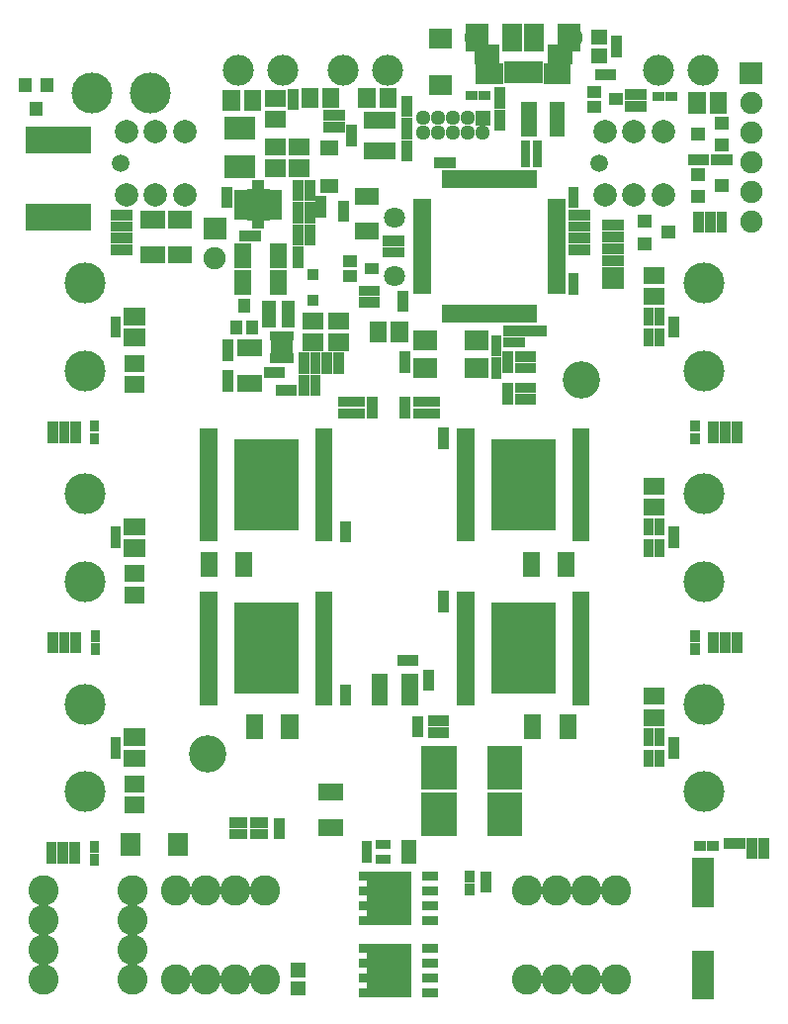
<source format=gbr>
G04 start of page 10 for group -4063 idx -4063 *
G04 Title: (unknown), componentmask *
G04 Creator: pcb 20140316 *
G04 CreationDate: Mon 04 Feb 2019 13:49:24 GMT UTC *
G04 For: kier *
G04 Format: Gerber/RS-274X *
G04 PCB-Dimensions (mil): 3346.46 4133.86 *
G04 PCB-Coordinate-Origin: lower left *
%MOIN*%
%FSLAX25Y25*%
%LNTOPMASK*%
%ADD183R,0.0748X0.0748*%
%ADD182R,0.0591X0.0591*%
%ADD181R,0.1508X0.1508*%
%ADD180R,0.1181X0.1181*%
%ADD179R,0.0453X0.0453*%
%ADD178R,0.2165X0.2165*%
%ADD177R,0.0472X0.0472*%
%ADD176R,0.0512X0.0512*%
%ADD175R,0.0492X0.0492*%
%ADD174R,0.0295X0.0295*%
%ADD173R,0.0650X0.0650*%
%ADD172R,0.0758X0.0758*%
%ADD171R,0.0659X0.0659*%
%ADD170R,0.0693X0.0693*%
%ADD169R,0.0669X0.0669*%
%ADD168R,0.0315X0.0315*%
%ADD167R,0.0374X0.0374*%
%ADD166R,0.0354X0.0354*%
%ADD165R,0.0217X0.0217*%
%ADD164R,0.0476X0.0476*%
%ADD163R,0.0768X0.0768*%
%ADD162R,0.0571X0.0571*%
%ADD161R,0.0906X0.0906*%
%ADD160R,0.0433X0.0433*%
%ADD159R,0.0276X0.0276*%
%ADD158R,0.0394X0.0394*%
%ADD157R,0.0236X0.0236*%
%ADD156R,0.0362X0.0362*%
%ADD155C,0.0591*%
%ADD154C,0.0787*%
%ADD153C,0.1260*%
%ADD152C,0.1024*%
%ADD151C,0.0709*%
%ADD150C,0.1043*%
%ADD149C,0.0551*%
%ADD148C,0.0748*%
%ADD147C,0.0001*%
%ADD146C,0.0512*%
%ADD145C,0.1378*%
G54D145*X271654Y115157D03*
Y144685D03*
Y256890D03*
Y286417D03*
Y186024D03*
Y215551D03*
G54D146*X187008Y342126D03*
Y337126D03*
X182008Y342126D03*
Y337126D03*
G54D147*G36*
X194449Y344685D02*Y339567D01*
X199567D01*
Y344685D01*
X194449D01*
G37*
G54D146*X197008Y337126D03*
X192008Y342126D03*
Y337126D03*
G54D148*X194488Y369094D03*
G54D149*X201083Y356969D03*
G54D146*X177008Y342126D03*
G54D150*X129547Y358268D03*
X114547D03*
X164980D03*
X149980D03*
G54D146*X177008Y337126D03*
G54D147*G36*
X102953Y308622D02*Y301142D01*
X110433D01*
Y308622D01*
X102953D01*
G37*
G54D151*X167323Y308661D03*
Y288976D03*
G54D145*X62992Y215551D03*
Y186024D03*
Y286417D03*
Y256890D03*
G54D148*X106693Y294882D03*
G54D145*X62992Y144685D03*
Y115157D03*
G54D152*X48780Y51929D03*
Y61929D03*
Y71929D03*
Y81929D03*
X78780Y51929D03*
X93661D03*
X103661D03*
X113661D03*
X123661D03*
X78780Y61929D03*
Y71929D03*
G54D153*X104331Y127953D03*
G54D152*X78780Y81929D03*
X93661D03*
X103661D03*
X113661D03*
X123661D03*
X211772D03*
X221772D03*
X231772D03*
X241772D03*
X211772Y51929D03*
X221772D03*
X231772D03*
X241772D03*
G54D147*G36*
X283661Y360984D02*Y353504D01*
X291142D01*
Y360984D01*
X283661D01*
G37*
G54D148*X226772Y369094D03*
G54D149*X220177Y356969D03*
G54D150*X271280Y358268D03*
X256280D03*
G54D148*X287402Y347244D03*
Y337244D03*
Y327244D03*
Y317244D03*
Y307244D03*
G54D154*X257874Y316142D03*
X248031D03*
X238189D03*
G54D155*X236220Y326772D03*
G54D153*X230315Y253937D03*
G54D154*X257874Y337402D03*
X248031D03*
X238189D03*
X96457Y316142D03*
Y337402D03*
G54D155*X74803Y326772D03*
G54D154*X86614Y316142D03*
X76772D03*
X86614Y337402D03*
X76772D03*
G54D145*X85039Y350394D03*
X65354D03*
G54D156*X231295Y297638D02*X231303D01*
X227752D02*X227760D01*
X231295Y301575D02*X231303D01*
X227752D02*X227760D01*
G54D157*X220079Y303740D02*X223622D01*
X220079Y284055D02*X223622D01*
X220079Y286024D02*X223622D01*
X220079Y287992D02*X223622D01*
G54D156*X227559Y287996D02*Y287988D01*
G54D157*X220079Y289961D02*X223622D01*
X220079Y291929D02*X223622D01*
X220079Y293898D02*X223622D01*
X220079Y295866D02*X223622D01*
X220079Y297835D02*X223622D01*
X220079Y299803D02*X223622D01*
X220079Y301772D02*X223622D01*
G54D158*X221457Y337992D02*X222638D01*
X221457Y341732D02*X222638D01*
X221457Y345472D02*X222638D01*
X234055Y345866D02*X234843D01*
X212008Y345472D02*X213189D01*
X212008Y341732D02*X213189D01*
X212008Y337992D02*X213189D01*
G54D159*X211220Y333071D02*X211614D01*
G54D157*X211024Y330906D02*X211811D01*
X211024Y328937D02*X211811D01*
G54D159*X211220Y326772D02*X211614D01*
G54D157*X212008Y323228D02*Y319685D01*
G54D159*X215157Y333071D02*X215551D01*
G54D157*X214961Y330906D02*X215748D01*
X214961Y328937D02*X215748D01*
G54D159*X215157Y326772D02*X215551D01*
G54D157*X213976Y323228D02*Y319685D01*
G54D156*X231295Y309449D02*X231303D01*
X227752D02*X227760D01*
X231295Y305512D02*X231303D01*
X227752D02*X227760D01*
G54D157*X220079Y305709D02*X223622D01*
X220079Y307677D02*X223622D01*
X220079Y309646D02*X223622D01*
X220079Y311614D02*X223622D01*
X220079Y313583D02*X223622D01*
G54D156*X227559Y313587D02*Y313579D01*
Y317130D02*Y317122D01*
G54D160*X50197Y353346D02*Y352953D01*
X42717Y353346D02*Y352953D01*
X46457Y345472D02*Y345079D01*
G54D161*X47441Y334646D02*X60433D01*
X47441Y308661D02*X60433D01*
G54D156*X73421Y297638D02*X73429D01*
X76965D02*X76972D01*
X76965Y309449D02*X76972D01*
X73421D02*X73429D01*
X73421Y301575D02*X73429D01*
X76965D02*X76972D01*
X73421Y305512D02*X73429D01*
X76965D02*X76972D01*
G54D162*X93602Y307874D02*X96161D01*
X93602Y296063D02*X96161D01*
X84547Y307874D02*X87106D01*
X84547Y296063D02*X87106D01*
G54D156*X133071Y350201D02*Y350193D01*
Y346657D02*Y346650D01*
G54D162*X138583Y349409D02*Y348228D01*
X126575Y341732D02*X127756D01*
X126575Y348819D02*X127756D01*
X112205Y348622D02*Y347441D01*
X119291Y348622D02*Y347441D01*
G54D163*X113681Y338780D02*X116240D01*
G54D156*X148618Y342913D02*X148626D01*
X145075D02*X145083D01*
G54D162*X145669Y349409D02*Y348228D01*
G54D163*X113681Y325787D02*X116240D01*
G54D162*X126575Y325197D02*X127756D01*
X126575Y332283D02*X127756D01*
X134449D02*X135630D01*
X134449Y325197D02*X135630D01*
G54D156*X138583Y319492D02*Y319484D01*
X134646Y319492D02*Y319484D01*
X152756Y337996D02*Y337988D01*
X148618Y338976D02*X148626D01*
X145075D02*X145083D01*
X152756Y334453D02*Y334445D01*
G54D164*X144665Y332028D02*X145886D01*
G54D156*X150000Y308862D02*Y308854D01*
Y312406D02*Y312398D01*
G54D164*X144665Y319154D02*X145886D01*
G54D156*X142520Y313980D02*Y313972D01*
Y310437D02*Y310429D01*
X138583Y315949D02*Y315941D01*
X134646Y315949D02*Y315941D01*
X138583Y312012D02*Y312004D01*
Y308469D02*Y308461D01*
X134646Y308469D02*Y308461D01*
Y312012D02*Y312004D01*
G54D165*X125886Y314961D02*X128248D01*
X125886Y316929D02*X128248D01*
G54D162*X127953Y296949D02*Y294390D01*
X116142Y296949D02*Y294390D01*
G54D156*X120272Y302362D02*X120280D01*
X116728D02*X116736D01*
X134646Y300988D02*Y300980D01*
G54D158*X151772Y293898D02*X152559D01*
X151772Y288780D02*X152559D01*
G54D156*X134646Y297051D02*Y297043D01*
Y293508D02*Y293500D01*
X138583Y300988D02*Y300980D01*
X134646Y304531D02*Y304524D01*
X138583Y304531D02*Y304524D01*
G54D162*X127953Y287894D02*Y285335D01*
G54D166*X139764Y289374D02*Y289366D01*
G54D162*X116142Y287894D02*Y285335D01*
G54D156*X110630Y317130D02*Y317122D01*
Y313587D02*Y313579D01*
G54D165*X114272Y309055D02*X116634D01*
X114272Y311024D02*X116634D01*
X114272Y312992D02*X116634D01*
X114272Y314961D02*X116634D01*
X114272Y316929D02*X116634D01*
X125886Y309055D02*X128248D01*
X125886Y311024D02*X128248D01*
X125886Y312992D02*X128248D01*
G54D163*X121260Y314469D02*Y311516D01*
G54D165*X122244Y319980D02*Y306004D01*
X120276Y319980D02*Y306004D01*
X122244Y319783D02*Y318799D01*
X120276Y319783D02*Y318799D01*
G54D167*X123031Y316142D02*Y314764D01*
X119488Y316142D02*Y314764D01*
X123031Y311220D02*Y309843D01*
X119488Y311220D02*Y309843D01*
G54D165*X122244Y307185D02*Y306201D01*
X120276Y307185D02*Y306201D01*
G54D168*X197047Y349606D02*X197835D01*
X192717D02*X193504D01*
G54D156*X171260Y344295D02*Y344287D01*
G54D169*X182205Y353150D02*X183150D01*
G54D156*X202756Y347051D02*Y347043D01*
Y350594D02*Y350587D01*
X171260Y347839D02*Y347831D01*
G54D169*X182205Y368898D02*X183150D01*
G54D170*X198150Y356969D02*X200276D01*
G54D171*X214319Y370524D02*Y367665D01*
G54D172*X226130Y370031D02*Y368161D01*
G54D173*X221996Y363484D02*X223866D01*
G54D156*X202756Y343114D02*Y343106D01*
G54D171*X206941Y370524D02*Y367665D01*
G54D172*X195130Y370031D02*Y368161D01*
G54D173*X197394Y363484D02*X199264D01*
G54D159*X205512Y359843D02*Y355118D01*
X208071Y359843D02*Y355118D01*
G54D170*X220984Y356969D02*X223110D01*
G54D159*X213189Y359843D02*Y355118D01*
X215748Y359843D02*Y355118D01*
G54D156*X171260Y340358D02*Y340350D01*
Y336815D02*Y336807D01*
Y329335D02*Y329327D01*
Y332878D02*Y332870D01*
G54D162*X164961Y349409D02*Y348228D01*
X157874Y349409D02*Y348228D01*
G54D174*X158366Y332382D02*Y329823D01*
X160925Y332382D02*Y329823D01*
X163484Y332382D02*Y329823D01*
X166043Y332382D02*Y329823D01*
X158366Y342618D02*Y340059D01*
X160925Y342618D02*Y340059D01*
X163484Y342618D02*Y340059D01*
X166043Y342618D02*Y340059D01*
G54D158*X159252Y291339D02*X160039D01*
G54D157*X174803Y289961D02*X178346D01*
X174803Y287992D02*X178346D01*
X174803Y286024D02*X178346D01*
X174803Y284055D02*X178346D01*
G54D156*X168697Y296850D02*X168705D01*
X165154D02*X165161D01*
X168697Y300787D02*X168705D01*
X165154D02*X165161D01*
G54D162*X156594Y303937D02*X159154D01*
X156594Y315748D02*X159154D01*
G54D156*X202756Y339571D02*Y339563D01*
G54D159*X210630Y359843D02*Y355118D01*
G54D157*X210039Y323228D02*Y319685D01*
X208071Y323228D02*Y319685D01*
X206102Y323228D02*Y319685D01*
X204134Y323228D02*Y319685D01*
X202165Y323228D02*Y319685D01*
X200197Y323228D02*Y319685D01*
X198228Y323228D02*Y319685D01*
X196260Y323228D02*Y319685D01*
X194291Y323228D02*Y319685D01*
X192323Y323228D02*Y319685D01*
X190354Y323228D02*Y319685D01*
X188386Y323228D02*Y319685D01*
X186417Y323228D02*Y319685D01*
X184449Y323228D02*Y319685D01*
G54D156*X186020Y327165D02*X186028D01*
X182476D02*X182484D01*
G54D157*X174803Y313583D02*X178346D01*
X174803Y311614D02*X178346D01*
X174803Y309646D02*X178346D01*
X174803Y307677D02*X178346D01*
X174803Y305709D02*X178346D01*
X174803Y303740D02*X178346D01*
X174803Y301772D02*X178346D01*
X174803Y299803D02*X178346D01*
X174803Y297835D02*X178346D01*
X174803Y295866D02*X178346D01*
X174803Y293898D02*X178346D01*
X174803Y291929D02*X178346D01*
G54D156*X275783Y327953D02*X275791D01*
G54D166*X275197Y349114D02*X277559D01*
X275197Y345374D02*X277559D01*
G54D160*X277362Y332874D02*X277756D01*
X277362Y340354D02*X277756D01*
X277362Y319291D02*X277756D01*
G54D156*X279327Y327953D02*X279335D01*
X267909D02*X267917D01*
G54D166*X268110Y349114D02*X270472D01*
X268110Y345374D02*X270472D01*
G54D168*X260236Y349409D02*X261024D01*
X255906D02*X256693D01*
G54D160*X269488Y336614D02*X269882D01*
G54D156*X271453Y327953D02*X271461D01*
G54D160*X269488Y323031D02*X269882D01*
X269488Y315551D02*X269882D01*
G54D156*X242713Y298031D02*X242720D01*
X239169D02*X239177D01*
X242713Y294094D02*X242720D01*
X242713Y301969D02*X242720D01*
X239169D02*X239177D01*
X242713Y305906D02*X242720D01*
X239169D02*X239177D01*
X242713Y286220D02*X242720D01*
X239169D02*X239177D01*
X239169Y290157D02*X239177D01*
X242713D02*X242720D01*
X239169Y294094D02*X239177D01*
G54D158*X234055Y350984D02*X234843D01*
X241535Y348425D02*X242323D01*
G54D175*X236122Y369291D02*X236319D01*
G54D156*X242126Y364374D02*Y364366D01*
Y367917D02*Y367909D01*
G54D175*X236122Y362992D02*X236319D01*
G54D156*X236610Y356693D02*X236618D01*
X240154D02*X240161D01*
X246846Y350000D02*X246854D01*
X250390D02*X250398D01*
X246846Y346063D02*X246854D01*
X250390D02*X250398D01*
G54D160*X259252Y303543D02*X259646D01*
G54D156*X269685Y305319D02*Y305311D01*
Y308862D02*Y308854D01*
X273622Y305319D02*Y305311D01*
Y308862D02*Y308854D01*
X277559Y305319D02*Y305311D01*
Y308862D02*Y308854D01*
G54D160*X251378Y307283D02*X251772D01*
X251378Y299803D02*X251772D01*
G54D162*X254134Y288976D02*X255315D01*
X104724Y193012D02*Y190453D01*
X116535Y193012D02*Y190453D01*
G54D166*X103413Y223228D02*X105776D01*
X103413Y220079D02*X105776D01*
X103413Y216929D02*X105776D01*
X103413Y213780D02*X105776D01*
G54D176*X116339Y219882D02*Y217126D01*
Y230709D02*Y227953D01*
G54D166*X103413Y210630D02*X105776D01*
X103413Y207480D02*X105776D01*
G54D176*X116339Y209055D02*Y206299D01*
G54D166*X103413Y204331D02*X105776D01*
X103413Y201181D02*X105776D01*
X77657Y205512D02*Y203150D01*
X81398Y205512D02*Y203150D01*
X77657Y198425D02*Y196063D01*
X81398Y198425D02*Y196063D01*
G54D162*X78937Y188583D02*X80118D01*
X78937Y181496D02*X80118D01*
G54D168*X66142Y238780D02*Y237992D01*
Y234449D02*Y233661D01*
G54D162*X78937Y259449D02*X80118D01*
X78937Y252362D02*X80118D01*
G54D156*X73228Y269886D02*Y269878D01*
Y273429D02*Y273421D01*
G54D166*X77657Y276378D02*Y274016D01*
Y269291D02*Y266929D01*
X81398Y269291D02*Y266929D01*
Y276378D02*Y274016D01*
G54D156*X51969Y237996D02*Y237988D01*
Y234453D02*Y234445D01*
X55906Y237996D02*Y237988D01*
Y234453D02*Y234445D01*
X59843Y234453D02*Y234445D01*
Y237996D02*Y237988D01*
X148425Y257681D02*Y257673D01*
Y261224D02*Y261217D01*
G54D162*X147835Y266535D02*X149016D01*
X147835Y273622D02*X149016D01*
G54D156*X140551Y257681D02*Y257673D01*
G54D162*X117224Y252756D02*X119783D01*
G54D156*X124996Y256299D02*X125004D01*
X128539D02*X128547D01*
G54D162*X117224Y264567D02*X119783D01*
G54D165*X126181Y261713D02*Y260728D01*
X128150Y261713D02*Y260728D01*
X126181Y269193D02*Y268209D01*
X128150Y269193D02*Y268209D01*
G54D158*X119094Y271850D02*Y271063D01*
G54D177*X127756Y264961D02*X130512D01*
G54D158*X127953D02*X130315D01*
G54D156*X128933Y250394D02*X128941D01*
X111024Y265555D02*Y265547D01*
G54D158*X113976Y271850D02*Y271063D01*
G54D156*X111024Y262012D02*Y262004D01*
Y255319D02*Y255311D01*
Y251776D02*Y251768D01*
X140551Y261224D02*Y261217D01*
G54D162*X139173Y266535D02*X140354D01*
X139173Y273622D02*X140354D01*
G54D156*X144488Y257681D02*Y257673D01*
X140551Y253744D02*Y253736D01*
X144488Y261224D02*Y261217D01*
G54D165*X130118Y261713D02*Y260728D01*
X132087Y261713D02*Y260728D01*
G54D156*X136614Y261224D02*Y261217D01*
G54D165*X130118Y269193D02*Y268209D01*
X132087Y269193D02*Y268209D01*
G54D156*X140551Y250201D02*Y250193D01*
X136614Y257681D02*Y257673D01*
Y253744D02*Y253736D01*
Y250201D02*Y250193D01*
X132476Y250394D02*X132484D01*
X73228Y199020D02*Y199012D01*
Y202563D02*Y202555D01*
G54D168*X66339Y167913D02*Y167126D01*
Y163583D02*Y162795D01*
G54D156*X51969Y167130D02*Y167122D01*
Y163587D02*Y163579D01*
X55906Y167130D02*Y167122D01*
Y163587D02*Y163579D01*
X59843Y163587D02*Y163579D01*
Y167130D02*Y167122D01*
X128346Y100988D02*Y100980D01*
Y104531D02*Y104524D01*
G54D162*X144390Y103150D02*X146949D01*
X144390Y114961D02*X146949D01*
G54D175*X134547Y55118D02*X134744D01*
X134547Y48819D02*X134744D01*
G54D169*X94094Y97717D02*Y96772D01*
G54D166*X120472Y104626D02*X122835D01*
X113386D02*X115748D01*
X113386Y100886D02*X115748D01*
X120472D02*X122835D01*
G54D162*X120079Y138287D02*Y135728D01*
X131890Y138287D02*Y135728D01*
G54D166*X103413Y164961D02*X105776D01*
X103413Y161811D02*X105776D01*
X103413Y158661D02*X105776D01*
X103413Y155512D02*X105776D01*
X103413Y152362D02*X105776D01*
X103413Y149213D02*X105776D01*
X103413Y146063D02*X105776D01*
G54D176*X116339Y153937D02*Y151181D01*
G54D156*X150787Y149413D02*Y149406D01*
Y145870D02*Y145862D01*
G54D178*X124016Y167913D02*Y158858D01*
G54D176*X131693Y153937D02*Y151181D01*
Y164764D02*Y162008D01*
X124016Y153937D02*Y151181D01*
Y164764D02*Y162008D01*
X131693Y175591D02*Y172835D01*
X124016Y175591D02*Y172835D01*
X116339Y164764D02*Y162008D01*
Y175591D02*Y172835D01*
G54D169*X78346Y97717D02*Y96772D01*
G54D156*X73228Y128154D02*Y128146D01*
Y131697D02*Y131689D01*
G54D166*X77657Y134646D02*Y132283D01*
Y127559D02*Y125197D01*
G54D162*X78937Y117717D02*X80118D01*
G54D166*X81398Y127559D02*Y125197D01*
Y134646D02*Y132283D01*
G54D162*X78937Y110630D02*X80118D01*
G54D156*X59449Y96264D02*Y96256D01*
G54D168*X66142Y97047D02*Y96260D01*
Y92717D02*Y91929D01*
G54D156*X51575Y96264D02*Y96256D01*
Y92720D02*Y92713D01*
X55512Y96264D02*Y96256D01*
Y92720D02*Y92713D01*
X59449Y92720D02*Y92713D01*
X261417Y202563D02*Y202555D01*
Y199020D02*Y199012D01*
G54D157*X176969Y242913D02*Y242126D01*
G54D168*X268504Y238780D02*Y237992D01*
Y234449D02*Y233661D01*
G54D156*X183858Y236028D02*Y236020D01*
G54D166*X228870Y235827D02*X231232D01*
X228870Y232677D02*X231232D01*
G54D156*X183858Y177366D02*Y177358D01*
Y180909D02*Y180902D01*
G54D166*X190028Y180709D02*X192390D01*
X190028Y177559D02*X192390D01*
X190028Y174409D02*X192390D01*
X228870D02*X231232D01*
X228870Y177559D02*X231232D01*
X228870Y180709D02*X231232D01*
X228870Y204331D02*X231232D01*
X228870Y207480D02*X231232D01*
X228870Y210630D02*X231232D01*
X228870Y213780D02*X231232D01*
G54D176*X202953Y209055D02*Y206299D01*
X210630Y209055D02*Y206299D01*
X218307Y209055D02*Y206299D01*
G54D162*X254134Y211024D02*X255315D01*
G54D166*X252854Y205512D02*Y203150D01*
Y198425D02*Y196063D01*
X256594Y198425D02*Y196063D01*
Y205512D02*Y203150D01*
G54D162*X254134Y218110D02*X255315D01*
G54D166*X228870Y216929D02*X231232D01*
X228870Y220079D02*X231232D01*
X228870Y223228D02*X231232D01*
X228870Y226378D02*X231232D01*
X228870Y229528D02*X231232D01*
G54D178*X210630Y223031D02*Y213976D01*
G54D176*X202953Y219882D02*Y217126D01*
X210630Y219882D02*Y217126D01*
X218307Y219882D02*Y217126D01*
X202953Y230709D02*Y227953D01*
X210630Y230709D02*Y227953D01*
X218307Y230709D02*Y227953D01*
G54D156*X261417Y273429D02*Y273421D01*
G54D162*X254134Y281890D02*X255315D01*
G54D156*X261417Y269886D02*Y269878D01*
X282677Y237996D02*Y237988D01*
Y234453D02*Y234445D01*
X278740Y237996D02*Y237988D01*
Y234453D02*Y234445D01*
X274803Y234453D02*Y234445D01*
Y237996D02*Y237988D01*
G54D162*X225197Y193012D02*Y190453D01*
X213386Y193012D02*Y190453D01*
G54D166*X228870Y201181D02*X231232D01*
G54D157*X208071Y277953D02*Y274409D01*
X210039Y277953D02*Y274409D01*
X212008Y277953D02*Y274409D01*
X213976Y277953D02*Y274409D01*
G54D156*X227559Y284453D02*Y284445D01*
G54D166*X103413Y235827D02*X105776D01*
X103413Y232677D02*X105776D01*
X103413Y229528D02*X105776D01*
X103413Y226378D02*X105776D01*
G54D159*X174803Y242717D02*Y242323D01*
G54D156*X170866Y242720D02*Y242713D01*
Y246264D02*Y246256D01*
G54D159*X155906Y246654D02*Y246260D01*
G54D157*X153740Y246850D02*Y246063D01*
G54D159*X155906Y242717D02*Y242323D01*
G54D156*X159843Y242720D02*Y242713D01*
Y246264D02*Y246256D01*
G54D157*X151772Y246850D02*Y246063D01*
G54D159*X149606Y246654D02*Y246260D01*
G54D157*X153740Y242913D02*Y242126D01*
X151772Y242913D02*Y242126D01*
G54D159*X149606Y242717D02*Y242323D01*
G54D166*X142256Y226378D02*X144618D01*
X142256Y229528D02*X144618D01*
X142256Y232677D02*X144618D01*
X142256Y235827D02*X144618D01*
G54D156*X150787Y204531D02*Y204524D01*
Y200988D02*Y200980D01*
G54D166*X142256Y201181D02*X144618D01*
X142256Y204331D02*X144618D01*
X142256Y207480D02*X144618D01*
X142256Y210630D02*X144618D01*
X142256Y213780D02*X144618D01*
X142256Y216929D02*X144618D01*
X142256Y220079D02*X144618D01*
X142256Y223228D02*X144618D01*
G54D178*X124016Y223031D02*Y213976D01*
G54D166*X142256Y174409D02*X144618D01*
X142256Y177559D02*X144618D01*
X142256Y180709D02*X144618D01*
X103413D02*X105776D01*
X103413Y177559D02*X105776D01*
X103413Y174409D02*X105776D01*
X103413Y171260D02*X105776D01*
X103413Y168110D02*X105776D01*
G54D162*X161811Y270669D02*Y269488D01*
X168898Y270669D02*Y269488D01*
G54D176*X131693Y209055D02*Y206299D01*
X124016Y209055D02*Y206299D01*
X131693Y219882D02*Y217126D01*
Y230709D02*Y227953D01*
X124016Y219882D02*Y217126D01*
Y230709D02*Y227953D01*
G54D156*X170866Y261618D02*Y261610D01*
Y258075D02*Y258067D01*
G54D157*X200197Y277953D02*Y274409D01*
X202165Y277953D02*Y274409D01*
X204134Y277953D02*Y274409D01*
X206102Y277953D02*Y274409D01*
G54D159*X181102Y246654D02*Y246260D01*
G54D157*X178937Y246850D02*Y246063D01*
X176969Y246850D02*Y246063D01*
G54D159*X174803Y246654D02*Y246260D01*
X181102Y242717D02*Y242323D01*
G54D157*X178937Y242913D02*Y242126D01*
G54D166*X190028Y235827D02*X192390D01*
G54D169*X176772Y267323D02*X178346D01*
X176772Y257874D02*X178346D01*
G54D156*X201575Y263587D02*Y263579D01*
Y267130D02*Y267122D01*
G54D166*X190028Y232677D02*X192390D01*
X190028Y229528D02*X192390D01*
X190028Y226378D02*X192390D01*
X190028Y223228D02*X192390D01*
X190028Y220079D02*X192390D01*
X190028Y216929D02*X192390D01*
X190028Y213780D02*X192390D01*
X190028Y210630D02*X192390D01*
X190028Y207480D02*X192390D01*
X190028Y204331D02*X192390D01*
X190028Y201181D02*X192390D01*
G54D157*X184449Y277953D02*Y274409D01*
X186417Y277953D02*Y274409D01*
X188386Y277953D02*Y274409D01*
X190354Y277953D02*Y274409D01*
X192323Y277953D02*Y274409D01*
X194291Y277953D02*Y274409D01*
X196260Y277953D02*Y274409D01*
X198228Y277953D02*Y274409D01*
G54D179*X124902Y278248D02*Y273720D01*
X131398Y278248D02*Y273720D01*
G54D166*X139764Y280713D02*Y280705D01*
G54D156*X170079Y282091D02*Y282083D01*
Y278547D02*Y278539D01*
X156886Y279921D02*X156894D01*
X160429D02*X160437D01*
X156886Y283858D02*X156894D01*
X160429D02*X160437D01*
G54D158*X116535Y279331D02*Y278543D01*
G54D166*X252854Y276378D02*Y274016D01*
Y269291D02*Y266929D01*
X256594Y269291D02*Y266929D01*
Y276378D02*Y274016D01*
G54D156*X183858Y232484D02*Y232476D01*
X201575Y256106D02*Y256098D01*
G54D169*X194094Y267323D02*X195669D01*
X194094Y257874D02*X195669D01*
G54D156*X201575Y259650D02*Y259642D01*
X205512Y261618D02*Y261610D01*
Y258075D02*Y258067D01*
X216728Y270472D02*X216736D01*
X213185D02*X213193D01*
X205705Y266535D02*X205713D01*
X209248D02*X209256D01*
X205705Y270472D02*X205713D01*
X209248D02*X209256D01*
X209642Y247244D02*X209650D01*
X213185D02*X213193D01*
X213185Y251181D02*X213193D01*
X209642D02*X209650D01*
X205512Y247445D02*Y247437D01*
Y250988D02*Y250980D01*
X209642Y261811D02*X209650D01*
X213185D02*X213193D01*
X213185Y257874D02*X213193D01*
X209642D02*X209650D01*
X198031Y82878D02*Y82870D01*
Y86421D02*Y86413D01*
G54D180*X204429Y108957D02*Y106004D01*
G54D168*X192520Y86811D02*Y86024D01*
Y82480D02*Y81693D01*
G54D174*X178071Y81634D02*X180551D01*
X178071Y86634D02*X180551D01*
X178071Y47224D02*X180551D01*
X178071Y52224D02*X180551D01*
X178071Y57224D02*X180551D01*
X178071Y62224D02*X180551D01*
G54D181*X165354Y56161D02*Y53287D01*
G54D182*X169272Y50787D02*Y49331D01*
X161398Y50787D02*Y49331D01*
G54D174*X156713Y62224D02*X158878D01*
X156713Y57224D02*X158878D01*
X156713Y52224D02*X158878D01*
G54D182*X169272Y60118D02*Y58661D01*
X161398Y60118D02*Y58661D01*
G54D174*X178071Y71634D02*X180551D01*
X178071Y76634D02*X180551D01*
X156713Y47224D02*X158878D01*
X156713Y86634D02*X158878D01*
X156713Y81634D02*X158878D01*
X156713Y76634D02*X158878D01*
X156713Y71634D02*X158878D01*
G54D181*X165354Y80571D02*Y77697D01*
G54D182*X169272Y75197D02*Y73740D01*
Y84528D02*Y83071D01*
X161398Y75197D02*Y73740D01*
Y84528D02*Y83071D01*
G54D156*X157874Y93114D02*Y93106D01*
G54D174*X162402Y92323D02*X164370D01*
G54D156*X157874Y96657D02*Y96650D01*
G54D174*X162402Y97441D02*X164370D01*
X171063Y92323D02*X173031D01*
X171063Y94882D02*X173031D01*
X171063Y97441D02*X173031D01*
G54D180*X182185Y108957D02*Y106004D01*
Y124705D02*Y121752D01*
G54D156*X175197Y135240D02*Y135232D01*
Y138783D02*Y138776D01*
X180311Y135039D02*X180319D01*
X180311Y138976D02*X180319D01*
X183854Y135039D02*X183862D01*
X183854Y138976D02*X183862D01*
G54D174*X160925Y145669D02*X163484D01*
X160925Y148228D02*X163484D01*
X160925Y150787D02*X163484D01*
X160925Y153346D02*X163484D01*
X171161Y145669D02*X173720D01*
X171161Y148228D02*X173720D01*
X171161Y150787D02*X173720D01*
X171161Y153346D02*X173720D01*
G54D156*X178740Y150988D02*Y150980D01*
Y154531D02*Y154524D01*
X169878Y159449D02*X169886D01*
X173421D02*X173429D01*
G54D166*X190028Y171260D02*X192390D01*
X190028Y168110D02*X192390D01*
X190028Y164961D02*X192390D01*
X190028Y161811D02*X192390D01*
X190028Y158661D02*X192390D01*
X190028Y155512D02*X192390D01*
X190028Y152362D02*X192390D01*
X190028Y149213D02*X192390D01*
X190028Y146063D02*X192390D01*
G54D180*X204429Y124705D02*Y121752D01*
G54D162*X213780Y138287D02*Y135728D01*
X225591Y138287D02*Y135728D01*
G54D166*X228870Y146063D02*X231232D01*
X228870Y149213D02*X231232D01*
X228870Y152362D02*X231232D01*
X228870Y155512D02*X231232D01*
X228870Y158661D02*X231232D01*
X228870Y161811D02*X231232D01*
X228870Y164961D02*X231232D01*
X228870Y168110D02*X231232D01*
X228870Y171260D02*X231232D01*
G54D176*X202953Y175591D02*Y172835D01*
X210630Y175591D02*Y172835D01*
G54D178*Y167913D02*Y158858D01*
G54D176*X202953Y164764D02*Y162008D01*
Y153937D02*Y151181D01*
X210630Y164764D02*Y162008D01*
X218307Y153937D02*Y151181D01*
X210630Y153937D02*Y151181D01*
X218307Y175591D02*Y172835D01*
Y164764D02*Y162008D01*
G54D166*X142256Y146063D02*X144618D01*
X142256Y149213D02*X144618D01*
X142256Y152362D02*X144618D01*
X142256Y155512D02*X144618D01*
X142256Y158661D02*X144618D01*
X142256Y161811D02*X144618D01*
X142256Y164961D02*X144618D01*
X142256Y168110D02*X144618D01*
X142256Y171260D02*X144618D01*
G54D183*X271260Y88976D02*Y79921D01*
Y57874D02*Y48819D01*
G54D168*X274213Y96850D02*X275000D01*
X269882D02*X270669D01*
G54D156*X261417Y131697D02*Y131689D01*
Y128154D02*Y128146D01*
G54D168*X268504Y167913D02*Y167126D01*
Y163583D02*Y162795D01*
G54D162*X254134Y140157D02*X255315D01*
X254134Y147244D02*X255315D01*
G54D166*X252854Y134646D02*Y132283D01*
Y127559D02*Y125197D01*
X256594Y127559D02*Y125197D01*
Y134646D02*Y132283D01*
G54D156*X282677Y167130D02*Y167122D01*
Y163587D02*Y163579D01*
X278740Y167130D02*Y167122D01*
Y163587D02*Y163579D01*
X274803Y163587D02*Y163579D01*
Y167130D02*Y167122D01*
X283657Y97638D02*X283665D01*
X280114D02*X280122D01*
X291732Y94295D02*Y94287D01*
Y97839D02*Y97831D01*
X287795Y94295D02*Y94287D01*
Y97839D02*Y97831D01*
M02*

</source>
